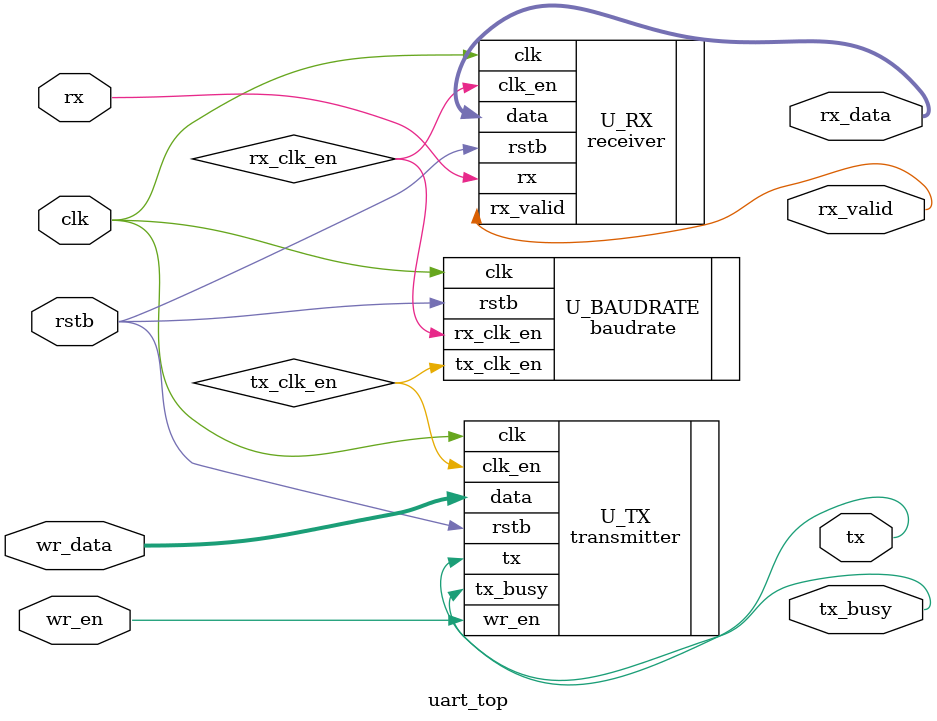
<source format=v>
module uart_top (
    input clk,
    input rstb,
    input rx,
    output tx,
    input wr_en,
    input [7:0] wr_data,
    output tx_busy,
    output rx_valid,
    output [7:0] rx_data
);

    baudrate #(
        .CLK_FREQ(50000000),
        .BAUD_RATE(115200)
    )U_BAUDRATE(
        .clk(clk),
        .rstb(rstb),
        .rx_clk_en(rx_clk_en),
        .tx_clk_en(tx_clk_en)
    );

    transmitter U_TX(
        .clk(clk),
        .clk_en(tx_clk_en),
        .rstb(rstb),
    
        .wr_en(wr_en),
        .data(wr_data),
    
        .tx(tx),
        .tx_busy(tx_busy)
    );

    receiver U_RX(
        .clk(clk),
        .clk_en(rx_clk_en),
        .rstb(rstb),
    
        .rx(rx),
    
        .rx_valid(rx_valid),
        .data(rx_data)
    );

endmodule

</source>
